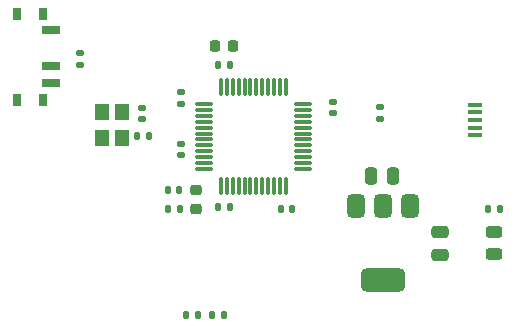
<source format=gbr>
%TF.GenerationSoftware,KiCad,Pcbnew,8.0.8*%
%TF.CreationDate,2025-03-31T20:29:26+08:00*%
%TF.ProjectId,1,312e6b69-6361-4645-9f70-636258585858,rev?*%
%TF.SameCoordinates,Original*%
%TF.FileFunction,Paste,Top*%
%TF.FilePolarity,Positive*%
%FSLAX46Y46*%
G04 Gerber Fmt 4.6, Leading zero omitted, Abs format (unit mm)*
G04 Created by KiCad (PCBNEW 8.0.8) date 2025-03-31 20:29:26*
%MOMM*%
%LPD*%
G01*
G04 APERTURE LIST*
G04 Aperture macros list*
%AMRoundRect*
0 Rectangle with rounded corners*
0 $1 Rounding radius*
0 $2 $3 $4 $5 $6 $7 $8 $9 X,Y pos of 4 corners*
0 Add a 4 corners polygon primitive as box body*
4,1,4,$2,$3,$4,$5,$6,$7,$8,$9,$2,$3,0*
0 Add four circle primitives for the rounded corners*
1,1,$1+$1,$2,$3*
1,1,$1+$1,$4,$5*
1,1,$1+$1,$6,$7*
1,1,$1+$1,$8,$9*
0 Add four rect primitives between the rounded corners*
20,1,$1+$1,$2,$3,$4,$5,0*
20,1,$1+$1,$4,$5,$6,$7,0*
20,1,$1+$1,$6,$7,$8,$9,0*
20,1,$1+$1,$8,$9,$2,$3,0*%
G04 Aperture macros list end*
%ADD10R,1.200000X1.400000*%
%ADD11RoundRect,0.225000X-0.225000X-0.250000X0.225000X-0.250000X0.225000X0.250000X-0.225000X0.250000X0*%
%ADD12RoundRect,0.075000X-0.662500X-0.075000X0.662500X-0.075000X0.662500X0.075000X-0.662500X0.075000X0*%
%ADD13RoundRect,0.075000X-0.075000X-0.662500X0.075000X-0.662500X0.075000X0.662500X-0.075000X0.662500X0*%
%ADD14RoundRect,0.250000X-0.250000X-0.475000X0.250000X-0.475000X0.250000X0.475000X-0.250000X0.475000X0*%
%ADD15RoundRect,0.250000X0.475000X-0.250000X0.475000X0.250000X-0.475000X0.250000X-0.475000X-0.250000X0*%
%ADD16RoundRect,0.140000X-0.170000X0.140000X-0.170000X-0.140000X0.170000X-0.140000X0.170000X0.140000X0*%
%ADD17RoundRect,0.135000X-0.185000X0.135000X-0.185000X-0.135000X0.185000X-0.135000X0.185000X0.135000X0*%
%ADD18RoundRect,0.135000X0.135000X0.185000X-0.135000X0.185000X-0.135000X-0.185000X0.135000X-0.185000X0*%
%ADD19RoundRect,0.140000X0.170000X-0.140000X0.170000X0.140000X-0.170000X0.140000X-0.170000X-0.140000X0*%
%ADD20RoundRect,0.135000X-0.135000X-0.185000X0.135000X-0.185000X0.135000X0.185000X-0.135000X0.185000X0*%
%ADD21RoundRect,0.218750X0.256250X-0.218750X0.256250X0.218750X-0.256250X0.218750X-0.256250X-0.218750X0*%
%ADD22R,1.300000X0.450000*%
%ADD23R,0.800000X1.000000*%
%ADD24R,1.500000X0.700000*%
%ADD25RoundRect,0.140000X0.140000X0.170000X-0.140000X0.170000X-0.140000X-0.170000X0.140000X-0.170000X0*%
%ADD26RoundRect,0.140000X-0.140000X-0.170000X0.140000X-0.170000X0.140000X0.170000X-0.140000X0.170000X0*%
%ADD27RoundRect,0.243750X-0.456250X0.243750X-0.456250X-0.243750X0.456250X-0.243750X0.456250X0.243750X0*%
%ADD28RoundRect,0.375000X-0.375000X0.625000X-0.375000X-0.625000X0.375000X-0.625000X0.375000X0.625000X0*%
%ADD29RoundRect,0.500000X-1.400000X0.500000X-1.400000X-0.500000X1.400000X-0.500000X1.400000X0.500000X0*%
%ADD30RoundRect,0.135000X0.185000X-0.135000X0.185000X0.135000X-0.185000X0.135000X-0.185000X-0.135000X0*%
G04 APERTURE END LIST*
D10*
%TO.C,Y1*%
X98050000Y-61200000D03*
X98050000Y-63400000D03*
X99750000Y-63400000D03*
X99750000Y-61200000D03*
%TD*%
D11*
%TO.C,C5*%
X107612500Y-55650000D03*
X109162500Y-55650000D03*
%TD*%
D12*
%TO.C,U1*%
X106700000Y-60550000D03*
X106700000Y-61050000D03*
X106700000Y-61550000D03*
X106700000Y-62050000D03*
X106700000Y-62550000D03*
X106700000Y-63050000D03*
X106700000Y-63550000D03*
X106700000Y-64050000D03*
X106700000Y-64550000D03*
X106700000Y-65050000D03*
X106700000Y-65550000D03*
X106700000Y-66050000D03*
D13*
X108112500Y-67462500D03*
X108612500Y-67462500D03*
X109112500Y-67462500D03*
X109612500Y-67462500D03*
X110112500Y-67462500D03*
X110612500Y-67462500D03*
X111112500Y-67462500D03*
X111612500Y-67462500D03*
X112112500Y-67462500D03*
X112612500Y-67462500D03*
X113112500Y-67462500D03*
X113612500Y-67462500D03*
D12*
X115025000Y-66050000D03*
X115025000Y-65550000D03*
X115025000Y-65050000D03*
X115025000Y-64550000D03*
X115025000Y-64050000D03*
X115025000Y-63550000D03*
X115025000Y-63050000D03*
X115025000Y-62550000D03*
X115025000Y-62050000D03*
X115025000Y-61550000D03*
X115025000Y-61050000D03*
X115025000Y-60550000D03*
D13*
X113612500Y-59137500D03*
X113112500Y-59137500D03*
X112612500Y-59137500D03*
X112112500Y-59137500D03*
X111612500Y-59137500D03*
X111112500Y-59137500D03*
X110612500Y-59137500D03*
X110112500Y-59137500D03*
X109612500Y-59137500D03*
X109112500Y-59137500D03*
X108612500Y-59137500D03*
X108112500Y-59137500D03*
%TD*%
D14*
%TO.C,C12*%
X120800000Y-66650000D03*
X122700000Y-66650000D03*
%TD*%
D15*
%TO.C,C13*%
X126700000Y-73300000D03*
X126700000Y-71400000D03*
%TD*%
D16*
%TO.C,C2*%
X117600000Y-60350000D03*
X117600000Y-61310000D03*
%TD*%
D17*
%TO.C,R2*%
X121550000Y-60840000D03*
X121550000Y-61860000D03*
%TD*%
D18*
%TO.C,R4*%
X106200000Y-78400000D03*
X105180000Y-78400000D03*
%TD*%
D19*
%TO.C,C4*%
X104750000Y-60530000D03*
X104750000Y-59570000D03*
%TD*%
D20*
%TO.C,R3*%
X130740000Y-69450000D03*
X131760000Y-69450000D03*
%TD*%
D21*
%TO.C,FB1*%
X105962500Y-69437500D03*
X105962500Y-67862500D03*
%TD*%
D22*
%TO.C,J1*%
X129650000Y-63200000D03*
X129650000Y-62550000D03*
X129650000Y-61900000D03*
X129650000Y-61250000D03*
X129650000Y-60600000D03*
%TD*%
D19*
%TO.C,C6*%
X104700000Y-64880000D03*
X104700000Y-63920000D03*
%TD*%
D23*
%TO.C,SW1*%
X93060000Y-52900000D03*
X90850000Y-52900000D03*
X93060000Y-60200000D03*
X90850000Y-60200000D03*
D24*
X93710000Y-54300000D03*
X93710000Y-57300000D03*
X93710000Y-58800000D03*
%TD*%
D25*
%TO.C,C7*%
X104572500Y-67850000D03*
X103612500Y-67850000D03*
%TD*%
D26*
%TO.C,C9*%
X107902500Y-69250000D03*
X108862500Y-69250000D03*
%TD*%
%TO.C,C1*%
X107902500Y-57250000D03*
X108862500Y-57250000D03*
%TD*%
D27*
%TO.C,D1*%
X131220000Y-71392500D03*
X131220000Y-73267500D03*
%TD*%
D25*
%TO.C,C8*%
X104612500Y-69450000D03*
X103652500Y-69450000D03*
%TD*%
D19*
%TO.C,C10*%
X101400000Y-61850000D03*
X101400000Y-60890000D03*
%TD*%
D28*
%TO.C,U2*%
X124150000Y-69150000D03*
X121850000Y-69150000D03*
D29*
X121850000Y-75450000D03*
D28*
X119550000Y-69150000D03*
%TD*%
D30*
%TO.C,R1*%
X96200000Y-57270000D03*
X96200000Y-56250000D03*
%TD*%
D25*
%TO.C,C3*%
X114130000Y-69400000D03*
X113170000Y-69400000D03*
%TD*%
D20*
%TO.C,R5*%
X107380000Y-78450000D03*
X108400000Y-78450000D03*
%TD*%
D25*
%TO.C,C11*%
X102010000Y-63300000D03*
X101050000Y-63300000D03*
%TD*%
M02*

</source>
